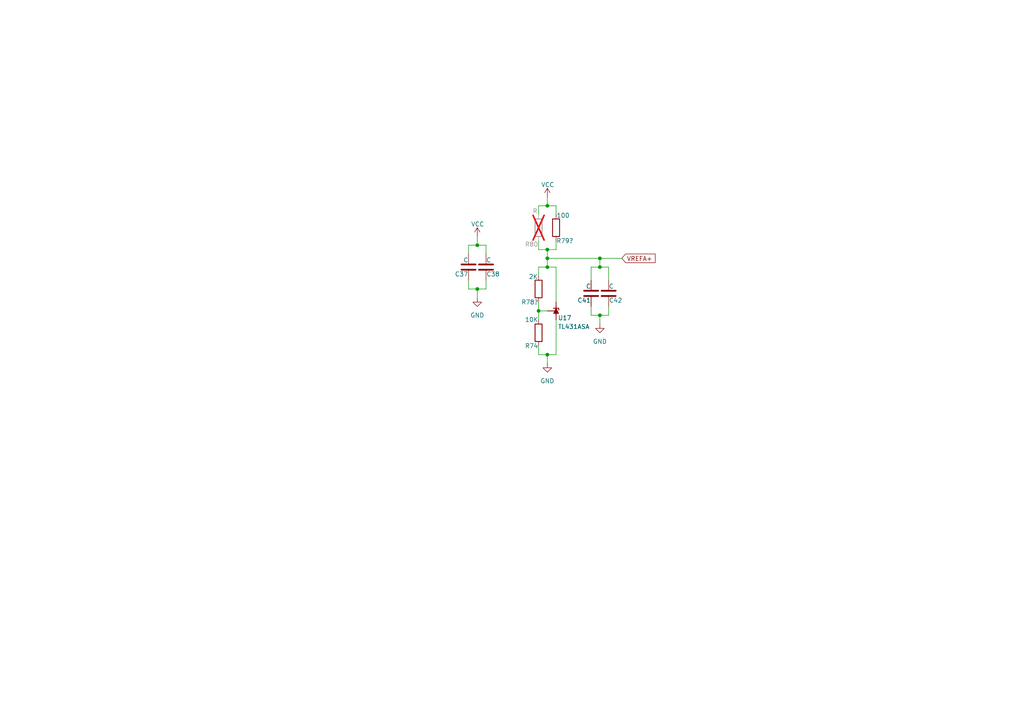
<source format=kicad_sch>
(kicad_sch (version 20250114) (generator "eeschema") (generator_version "9.0")
  (paper "A4")
  (lib_symbols
    (symbol "Device:C" (pin_numbers (hide yes)) (pin_names (offset 0.254))
      (property "Reference" "C" (at 0.635 2.54 0))
      (property "Value" "C" (at 0.635 -2.54 0))
      (symbol "C_0_1"
        (polyline (pts (xy -2.032 0.762) (xy 2.032 0.762)) (stroke (width 0.508)))
        (polyline (pts (xy -2.032 -0.762) (xy 2.032 -0.762)) (stroke (width 0.508)))
      )
      (symbol "C_1_1"
        (pin passive line (at 0 3.81 270) (length 2.794) (name "~") (number "1"))
        (pin passive line (at 0 -3.81 90) (length 2.794) (name "~") (number "2"))
      )
    )
    (symbol "Device:R" (pin_numbers (hide yes)) (pin_names (offset 0))
      (property "Reference" "R" (at 2.032 0 90))
      (property "Value" "R" (at 0 0 90))
      (symbol "R_0_1"
        (rectangle (start -1.016 -2.54) (end 1.016 2.54) (stroke (width 0.254)))
      )
      (symbol "R_1_1"
        (pin passive line (at 0 3.81 270) (length 1.27) (name "~") (number "1"))
        (pin passive line (at 0 -3.81 90) (length 1.27) (name "~") (number "2"))
      )
    )
    (symbol "Reference_Voltage:TL431DBZ" (pin_numbers (hide yes)) (pin_names (hide yes))
      (property "Reference" "U" (at -2.54 2.54 0))
      (property "Value" "TL431DBZ" (at 0 -2.54 0))
      (symbol "TL431DBZ_0_1"
        (polyline (pts (xy -1.27 0) (xy 0 0) (xy 1.27 0)))
        (polyline (pts (xy -0.762 -0.762) (xy -0.762 0.762) (xy 0.762 0) (xy -0.762 -0.762)) (fill (type outline)))
        (polyline (pts (xy 0.254 -0.762) (xy 0.762 -0.762) (xy 0.762 0.762) (xy 0.762 0.762)) (stroke (width 0.254)))
      )
      (symbol "TL431DBZ_1_1"
        (pin passive line (at -2.54 0 0) (length 2.54) (name "A") (number "3"))
        (pin passive line (at 0 2.54 270) (length 2.54) (name "REF") (number "2"))
        (pin passive line (at 2.54 0 180) (length 2.54) (name "K") (number "1"))
      )
    )
    (symbol "power:GND" (power) (pin_numbers (hide yes)) (pin_names (offset 0) (hide yes))
      (property "Value" "GND" (at 0 -3.81 0))
      (symbol "GND_0_1"
        (polyline (pts (xy 0 0) (xy 0 -1.27) (xy 1.27 -1.27) (xy 0 -2.54) (xy -1.27 -1.27) (xy 0 -1.27)))
      )
      (symbol "GND_1_1"
        (pin power_in line (at 0 0 270) (length 0) (name "~") (number "1"))
      )
    )
    (symbol "power:VCC" (power) (pin_numbers (hide yes)) (pin_names (offset 0) (hide yes))
      (property "Value" "VCC" (at 0 3.556 0))
      (symbol "VCC_0_1"
        (polyline (pts (xy -0.762 1.27) (xy 0 2.54)))
        (polyline (pts (xy 0 2.54) (xy 0.762 1.27)))
        (polyline (pts (xy 0 0) (xy 0 2.54)))
      )
      (symbol "VCC_1_1"
        (pin power_in line (at 0 0 90) (length 0) (name "~") (number "1"))
      )
    )
  )
  (junction (at 173.99 91.44))
  (junction (at 158.75 74.93))
  (junction (at 158.75 77.47))
  (junction (at 158.75 102.87))
  (junction (at 156.21 90.17))
  (junction (at 158.75 72.39))
  (junction (at 138.43 71.12))
  (junction (at 173.99 77.47))
  (junction (at 173.99 74.93))
  (junction (at 158.75 59.69))
  (junction (at 138.43 83.82))
  (wire (pts (xy 161.29 77.47) (xy 161.29 87.63)))
  (wire (pts (xy 138.43 71.12) (xy 140.97 71.12)))
  (wire (pts (xy 173.99 91.44) (xy 176.53 91.44)))
  (wire (pts (xy 161.29 69.85) (xy 161.29 72.39)))
  (wire (pts (xy 161.29 72.39) (xy 158.75 72.39)))
  (wire (pts (xy 173.99 91.44) (xy 173.99 93.98)))
  (wire (pts (xy 140.97 71.12) (xy 140.97 73.66)))
  (wire (pts (xy 156.21 59.69) (xy 156.21 62.23)))
  (wire (pts (xy 135.89 83.82) (xy 138.43 83.82)))
  (wire (pts (xy 135.89 73.66) (xy 135.89 71.12)))
  (wire (pts (xy 158.75 102.87) (xy 158.75 105.41)))
  (wire (pts (xy 158.75 74.93) (xy 158.75 72.39)))
  (wire (pts (xy 171.45 81.28) (xy 171.45 77.47)))
  (wire (pts (xy 158.75 72.39) (xy 156.21 72.39)))
  (wire (pts (xy 161.29 92.71) (xy 161.29 102.87)))
  (wire (pts (xy 161.29 59.69) (xy 158.75 59.69)))
  (wire (pts (xy 176.53 91.44) (xy 176.53 88.9)))
  (wire (pts (xy 176.53 81.28) (xy 176.53 77.47)))
  (wire (pts (xy 156.21 77.47) (xy 156.21 80.01)))
  (wire (pts (xy 171.45 77.47) (xy 173.99 77.47)))
  (wire (pts (xy 156.21 87.63) (xy 156.21 90.17)))
  (wire (pts (xy 138.43 86.36) (xy 138.43 83.82)))
  (wire (pts (xy 138.43 68.58) (xy 138.43 71.12)))
  (wire (pts (xy 158.75 77.47) (xy 161.29 77.47)))
  (wire (pts (xy 173.99 74.93) (xy 173.99 77.47)))
  (wire (pts (xy 156.21 69.85) (xy 156.21 72.39)))
  (wire (pts (xy 158.75 77.47) (xy 156.21 77.47)))
  (wire (pts (xy 158.75 74.93) (xy 173.99 74.93)))
  (wire (pts (xy 140.97 81.28) (xy 140.97 83.82)))
  (wire (pts (xy 158.75 57.15) (xy 158.75 59.69)))
  (wire (pts (xy 158.75 59.69) (xy 156.21 59.69)))
  (wire (pts (xy 135.89 81.28) (xy 135.89 83.82)))
  (wire (pts (xy 173.99 77.47) (xy 176.53 77.47)))
  (wire (pts (xy 171.45 91.44) (xy 171.45 88.9)))
  (wire (pts (xy 135.89 71.12) (xy 138.43 71.12)))
  (wire (pts (xy 156.21 100.33) (xy 156.21 102.87)))
  (wire (pts (xy 161.29 62.23) (xy 161.29 59.69)))
  (wire (pts (xy 171.45 91.44) (xy 173.99 91.44)))
  (wire (pts (xy 156.21 102.87) (xy 158.75 102.87)))
  (wire (pts (xy 158.75 74.93) (xy 158.75 77.47)))
  (wire (pts (xy 173.99 74.93) (xy 180.34 74.93)))
  (wire (pts (xy 158.75 102.87) (xy 161.29 102.87)))
  (wire (pts (xy 156.21 90.17) (xy 158.75 90.17)))
  (wire (pts (xy 156.21 90.17) (xy 156.21 92.71)))
  (wire (pts (xy 138.43 83.82) (xy 140.97 83.82)))
  (global_label "VREFA+" (shape input) (at 180.34 74.93 0) (property "Intersheetrefs" "${INTERSHEET_REFS}" (effects (hide yes))))
  (symbol (lib_id "Device:C") (at 140.97 77.47 0) (unit 1)
    (property "Reference" "C38" (at 143.002 79.502 0))
    (property "Value" "C" (at 141.732 75.438 0))
    (property "Description" "Unpolarized capacitor" (effects (hide yes)))
  )
  (symbol (lib_id "Device:R") (at 156.21 96.52 180) (unit 1)
    (property "Reference" "R74" (at 154.178 100.33 0))
    (property "Value" "10K" (at 154.178 92.71 0))
    (property "Description" "Resistor" (effects (hide yes)))
  )
  (symbol (lib_id "power:GND") (at 173.99 93.98 0) (unit 1)
    (property "Reference" "#PWR05" (effects (hide yes)))
    (property "Value" "GND" (at 173.99 99.06 0))
    (property "Description" "Power symbol creates a global label with name \"GND\" , ground" (effects (hide yes)))
  )
  (symbol (lib_id "Device:R") (at 156.21 66.04 180) (unit 1) (dnp yes)
    (property "Reference" "R80" (at 154.178 70.866 0))
    (property "Value" "R" (at 155.194 61.214 0))
    (property "Description" "Resistor" (effects (hide yes)))
  )
  (symbol (lib_id "Device:C") (at 176.53 85.09 180) (unit 1)
    (property "Reference" "C42" (at 178.562 87.122 0))
    (property "Value" "C" (at 177.292 83.058 0))
    (property "Description" "Unpolarized capacitor" (effects (hide yes)))
  )
  (symbol (lib_id "Device:R") (at 156.21 83.82 0) (mirror y) (unit 1)
    (property "Reference" "R78?" (at 153.67 87.63 0))
    (property "Value" "2K" (at 154.686 80.264 0))
    (property "Description" "Resistor" (effects (hide yes)))
  )
  (symbol (lib_id "Device:C") (at 171.45 85.09 180) (unit 1)
    (property "Reference" "C41" (at 169.418 87.122 0))
    (property "Value" "C" (at 170.688 83.058 0))
    (property "Description" "Unpolarized capacitor" (effects (hide yes)))
  )
  (symbol (lib_id "power:GND") (at 138.43 86.36 0) (unit 1)
    (property "Reference" "#PWR068" (effects (hide yes)))
    (property "Value" "GND" (at 138.43 91.44 0))
    (property "Description" "Power symbol creates a global label with name \"GND\" , ground" (effects (hide yes)))
  )
  (symbol (lib_id "power:VCC") (at 138.43 68.58 0) (unit 1)
    (property "Reference" "#PWR024" (effects (hide yes)))
    (property "Value" "VCC" (at 140.462 65.024 0) (effects (justify right)))
    (property "Description" "Power symbol creates a global label with name \"VCC\"" (effects (hide yes)))
  )
  (symbol (lib_id "Device:C") (at 135.89 77.47 0) (unit 1)
    (property "Reference" "C37" (at 133.858 79.502 0))
    (property "Value" "C" (at 135.128 75.438 0))
    (property "Description" "Unpolarized capacitor" (effects (hide yes)))
  )
  (symbol (lib_id "power:GND") (at 158.75 105.41 0) (unit 1)
    (property "Reference" "#PWR027" (effects (hide yes)))
    (property "Value" "GND" (at 158.75 110.49 0))
    (property "Description" "Power symbol creates a global label with name \"GND\" , ground" (effects (hide yes)))
  )
  (symbol (lib_id "Reference_Voltage:TL431DBZ") (at 161.29 90.17 90) (unit 1)
    (property "Reference" "U17" (at 161.798 92.202 90) (effects (justify right)))
    (property "Value" "TL431ASA" (at 161.798 94.742 90) (effects (justify right)))
    (property "Footprint" "Package_TO_SOT_SMD:SOT-23" (effects (hide yes)))
    (property "Datasheet" "http://www.ti.com/lit/ds/symlink/tl431.pdf" (effects (hide yes)))
    (property "Description" "Shunt Regulator, SOT-23" (effects (hide yes)))
  )
  (symbol (lib_id "Device:R") (at 161.29 66.04 180) (unit 1)
    (property "Reference" "R79?" (at 163.83 69.85 0))
    (property "Value" "100" (at 163.322 62.484 0))
    (property "Description" "Resistor" (effects (hide yes)))
  )
  (symbol (lib_id "power:VCC") (at 158.75 57.15 0) (unit 1)
    (property "Reference" "#PWR053" (effects (hide yes)))
    (property "Value" "VCC" (at 160.782 53.594 0) (effects (justify right)))
    (property "Description" "Power symbol creates a global label with name \"VCC\"" (effects (hide yes)))
  )
)
</source>
